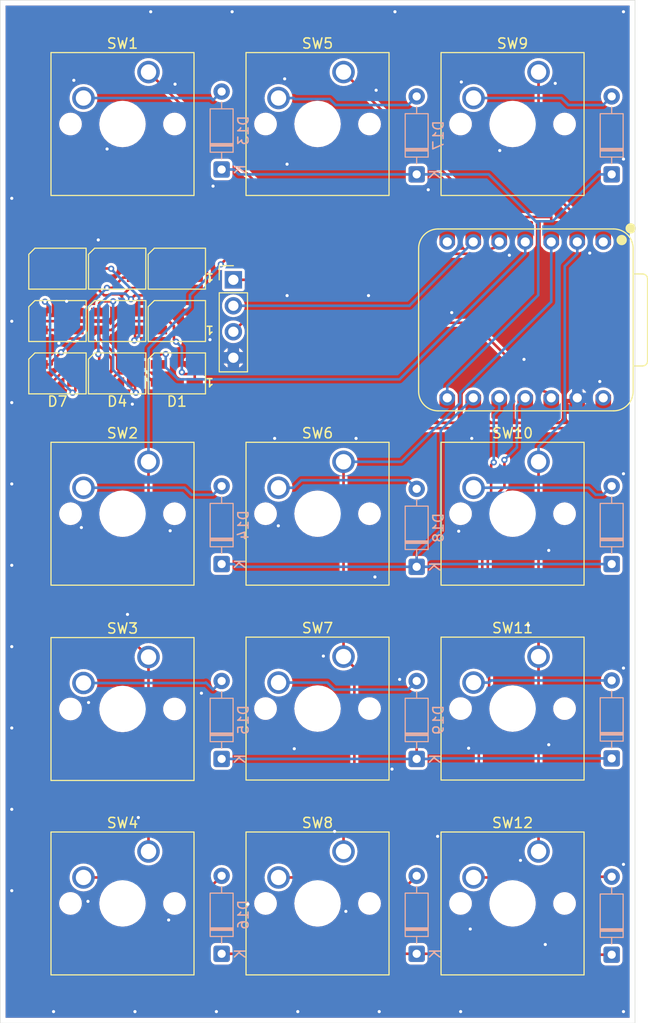
<source format=kicad_pcb>
(kicad_pcb (version 20241229) (generator "pcbnew") (generator_version "9.0")
  (layers (0 "F.Cu" signal "Top Layer") (2 "B.Cu" signal "Bottom Layer") (13 "F.Paste" user) (15 "B.Paste" user) (5 "F.SilkS" user "Top Overlay") (7 "B.SilkS" user "Board Layer Stack Bottom Overlay") (1 "F.Mask" user "Top Solder") (3 "B.Mask" user "Board Layer Stack Bottom Solder") (25 "Edge.Cuts" user))
  (net 0 "")
  (net 1 "Net-(D1-DIN)")
  (net 2 "Net-(D1-DOUT)")
  (net 3 "+5V")
  (net 4 "GND")
  (net 6 "Net-(D13-A)")
  (net 7 "Net-(D14-A)")
  (net 8 "Row 1")
  (net 9 "Net-(D15-A)")
  (net 10 "Row 3")
  (net 11 "Net-(D2-DOUT)")
  (net 12 "Net-(D16-A)")
  (net 13 "Net-(D17-A)")
  (net 14 "Net-(D18-A)")
  (net 15 "Net-(D19-A)")
  (net 16 "Net-(D20-A)")
  (net 17 "Net-(D21-A)")
  (net 18 "Net-(D22-A)")
  (net 19 "Net-(D23-A)")
  (net 20 "Net-(D24-A)")
  (net 21 "Net-(D3-DOUT)")
  (net 22 "Net-(D4-DOUT)")
  (net 23 "Net-(D5-DOUT)")
  (net 24 "Column 0")
  (net 25 "Net-(D6-DOUT)")
  (net 26 "Column 2")
  (net 27 "Net-(D7-DOUT)")
  (net 28 "Net-(D8-DOUT)")
  (net 29 "Row 2")
  (net 30 "SCL")
  (net 31 "VCC")
  (net 33 "Row 0")
  (net 34 "SDA")
  (net 35 "Column 1")
  (footprint "Connector_PinHeader_2.54mm:PinHeader_1x04_P2.54mm_Vertical" (layer "F.Cu") (at 48.77 53.33 0.0)
    (property "Reference" "J1" (hide yes))
    (property "Value" "OLED display")
  )
  (footprint "LED_SMD:LED_SK6812MINI_PLCC4_3.5x3.5mm_P1.75mm" (layer "F.Cu") (at 37.4175 57.36125 180.0)
    (property "Reference" "D5" (hide yes))
    (property "Value" "SK6812MINI")
  )
  (footprint "Button_Switch_Keyboard:SW_Cherry_MX_1.00u_PCB" (layer "F.Cu") (at 59.53125 109.22 0.0)
    (property "Reference" "SW8")
    (property "Value" "SW_Push")
  )
  (footprint "Button_Switch_Keyboard:SW_Cherry_MX_1.00u_PCB" (layer "F.Cu") (at 78.58125 71.12 0.0)
    (property "Reference" "SW10")
    (property "Value" "SW_Push")
  )
  (footprint "Button_Switch_Keyboard:SW_Cherry_MX_1.00u_PCB" (layer "F.Cu") (at 78.58125 90.17 0.0)
    (property "Reference" "SW11")
    (property "Value" "SW_Push")
  )
  (footprint "Button_Switch_Keyboard:SW_Cherry_MX_1.00u_PCB" (layer "F.Cu") (at 40.48125 71.12 0.0)
    (property "Reference" "SW2")
    (property "Value" "SW_Push")
  )
  (footprint "LED_SMD:LED_SK6812MINI_PLCC4_3.5x3.5mm_P1.75mm" (layer "F.Cu") (at 37.4175 62.48125 180.0)
    (property "Reference" "D4")
    (property "Value" "SK6812MINI")
  )
  (footprint "LED_SMD:LED_SK6812MINI_PLCC4_3.5x3.5mm_P1.75mm" (layer "F.Cu") (at 43.2475 57.36125 180.0)
    (property "Reference" "D2" (hide yes))
    (property "Value" "SK6812MINI")
  )
  (footprint "foot print xiao:XIAO-RP2040-DIP" (layer "F.Cu") (at 77.2815 57.25 -90.0)
    (property "Reference" "U2" (hide yes))
    (property "Value" "XIAO-RP2040-DIP")
  )
  (footprint "LED_SMD:LED_SK6812MINI_PLCC4_3.5x3.5mm_P1.75mm" (layer "F.Cu") (at 43.2475 62.48125 180.0)
    (property "Reference" "D1")
    (property "Value" "SK6812MINI")
  )
  (footprint "LED_SMD:LED_SK6812MINI_PLCC4_3.5x3.5mm_P1.75mm" (layer "F.Cu") (at 43.2475 52.24125 180.0)
    (property "Reference" "D3" (hide yes))
    (property "Value" "SK6812MINI")
  )
  (footprint "Button_Switch_Keyboard:SW_Cherry_MX_1.00u_PCB" (layer "F.Cu") (at 40.48125 33.02 0.0)
    (property "Reference" "SW1")
    (property "Value" "SW_Push")
  )
  (footprint "LED_SMD:LED_SK6812MINI_PLCC4_3.5x3.5mm_P1.75mm" (layer "F.Cu") (at 37.4175 52.24125 180.0)
    (property "Reference" "D6" (hide yes))
    (property "Value" "SK6812MINI")
  )
  (footprint "Button_Switch_Keyboard:SW_Cherry_MX_1.00u_PCB" (layer "F.Cu") (at 59.53125 71.12 0.0)
    (property "Reference" "SW6")
    (property "Value" "SW_Push")
  )
  (footprint "LED_SMD:LED_SK6812MINI_PLCC4_3.5x3.5mm_P1.75mm" (layer "F.Cu") (at 31.5875 57.36125 180.0)
    (property "Reference" "D8" (hide yes))
    (property "Value" "SK6812MINI")
  )
  (footprint "Button_Switch_Keyboard:SW_Cherry_MX_1.00u_PCB" (layer "F.Cu") (at 59.53125 33.02 0.0)
    (property "Reference" "SW5")
    (property "Value" "SW_Push")
  )
  (footprint "LED_SMD:LED_SK6812MINI_PLCC4_3.5x3.5mm_P1.75mm" (layer "F.Cu") (at 31.5875 52.24125 180.0)
    (property "Reference" "D9" (hide yes))
    (property "Value" "SK6812MINI")
  )
  (footprint "Button_Switch_Keyboard:SW_Cherry_MX_1.00u_PCB" (layer "F.Cu") (at 78.58125 109.22 0.0)
    (property "Reference" "SW12")
    (property "Value" "SW_Push")
  )
  (footprint "Button_Switch_Keyboard:SW_Cherry_MX_1.00u_PCB" (layer "F.Cu") (at 78.58125 33.02 0.0)
    (property "Reference" "SW9")
    (property "Value" "SW_Push")
  )
  (footprint "Button_Switch_Keyboard:SW_Cherry_MX_1.00u_PCB" (layer "F.Cu") (at 59.53125 90.17 0.0)
    (property "Reference" "SW7")
    (property "Value" "SW_Push")
  )
  (footprint "LED_SMD:LED_SK6812MINI_PLCC4_3.5x3.5mm_P1.75mm" (layer "F.Cu") (at 31.5875 62.48125 180.0)
    (property "Reference" "D7")
    (property "Value" "SK6812MINI")
  )
  (footprint "Button_Switch_Keyboard:SW_Cherry_MX_1.00u_PCB" (layer "F.Cu") (at 40.48125 90.21 0.0)
    (property "Reference" "SW3")
    (property "Value" "SW_Push")
  )
  (footprint "Button_Switch_Keyboard:SW_Cherry_MX_1.00u_PCB" (layer "F.Cu") (at 40.48125 109.22 0.0)
    (property "Reference" "SW4")
    (property "Value" "SW_Push")
  )
  (footprint "Diode_THT:D_DO-35_SOD27_P7.62mm_Horizontal" (layer "B.Cu") (at 85.725 43.02125 90.0)
    (property "Reference" "D21" (hide yes))
    (property "Value" "1N4148")
  )
  (footprint "Diode_THT:D_DO-35_SOD27_P7.62mm_Horizontal" (layer "B.Cu") (at 47.625 100.17125 90.0)
    (property "Reference" "D15")
    (property "Value" "1N4148")
  )
  (footprint "Diode_THT:D_DO-35_SOD27_P7.62mm_Horizontal" (layer "B.Cu") (at 47.625 81.12125 90.0)
    (property "Reference" "D14")
    (property "Value" "1N4148")
  )
  (footprint "Diode_THT:D_DO-35_SOD27_P7.62mm_Horizontal" (layer "B.Cu") (at 47.625 42.545 90.0)
    (property "Reference" "D13")
    (property "Value" "1N4148")
  )
  (footprint "Diode_THT:D_DO-35_SOD27_P7.62mm_Horizontal" (layer "B.Cu") (at 66.675 81.38675 90.0)
    (property "Reference" "D18")
    (property "Value" "1N4148")
  )
  (footprint "Diode_THT:D_DO-35_SOD27_P7.62mm_Horizontal" (layer "B.Cu") (at 85.725 100.12 90.0)
    (property "Reference" "D23" (hide yes))
    (property "Value" "1N4148")
  )
  (footprint "Diode_THT:D_DO-35_SOD27_P7.62mm_Horizontal" (layer "B.Cu") (at 85.725 119.31 90.0)
    (property "Reference" "D24" (hide yes))
    (property "Value" "1N4148")
  )
  (footprint "Diode_THT:D_DO-35_SOD27_P7.62mm_Horizontal" (layer "B.Cu") (at 85.725 81.12125 90.0)
    (property "Reference" "D22" (hide yes))
    (property "Value" "1N4148")
  )
  (footprint "Diode_THT:D_DO-35_SOD27_P7.62mm_Horizontal" (layer "B.Cu") (at 66.675 43.02125 90.0)
    (property "Reference" "D17")
    (property "Value" "1N4148")
  )
  (footprint "Diode_THT:D_DO-35_SOD27_P7.62mm_Horizontal" (layer "B.Cu") (at 47.625 119.22125 90.0)
    (property "Reference" "D16")
    (property "Value" "1N4148")
  )
  (footprint "Diode_THT:D_DO-35_SOD27_P7.62mm_Horizontal" (layer "B.Cu") (at 66.675 119.22125 90.0)
    (property "Reference" "D20" (hide yes))
    (property "Value" "1N4148")
  )
  (footprint "Diode_THT:D_DO-35_SOD27_P7.62mm_Horizontal" (layer "B.Cu") (at 66.675 100.17125 90.0)
    (property "Reference" "D19")
    (property "Value" "1N4148")
  )
  (gr_rect (start 26 26) (end 88 126) (stroke (width 0.05)) (fill no) (layer "Edge.Cuts"))
  (segment (start 47.625 119.2215) (end 48.81348514905 119.2215) (width 0.254254) (layer "F.Cu") (net 10))
  (segment (start 48.81348514905 119.2215) (end 65.48651485095 119.2215) (width 0.254254) (layer "F.Cu") (net 10))
  (segment (start 65.48651485095 119.2215) (end 66.675 119.2215) (width 0.254254) (layer "F.Cu") (net 10))
  (segment (start 35.667 58.236) (end 35.667 59.04748514905) (width 0.254254) (layer "F.Cu") (net 3))
  (segment (start 35.667 59.04748514905) (end 37.417 60.79748514905) (width 0.254254) (layer "F.Cu") (net 3))
  (segment (start 37.417 60.79748514905) (end 37.417 62.031) (width 0.254254) (layer "F.Cu") (net 3))
  (segment (start 37.417 62.031) (end 37.56503088864341 62.17903088864342) (width 0.254254) (layer "F.Cu") (net 3))
  (segment (start 37.56503088864341 62.17903088864342) (end 37.56503088864341 62.35403774154087) (width 0.254254) (layer "F.Cu") (net 3))
  (segment (start 41.497 61.606) (end 41.497 60.79451485095) (width 0.254254) (layer "F.Cu") (net 1))
  (segment (start 41.497 60.79451485095) (end 41.701014934621476 60.590499916328525) (width 0.254254) (layer "F.Cu") (net 1))
  (segment (start 41.701014934621476 60.590499916328525) (end 42.16810072242976 60.590499916328525) (width 0.254254) (layer "F.Cu") (net 1))
  (segment (start 31.942279875629858 60.41404845105212) (end 31.02348514905 61.33284317763198) (width 0.254254) (layer "F.Cu") (net 25))
  (segment (start 31.02348514905 61.33284317763198) (end 31.02348514905 61.606) (width 0.254254) (layer "F.Cu") (net 25))
  (segment (start 31.02348514905 61.606) (end 29.837 61.606) (width 0.254254) (layer "F.Cu") (net 25))
  (segment (start 35.667 61.606) (end 35.667 60.79451485095) (width 0.254254) (layer "F.Cu") (net 21))
  (segment (start 35.667 60.79451485095) (end 35.582452286347014 60.70996713729701) (width 0.254254) (layer "F.Cu") (net 21))
  (segment (start 35.582452286347014 60.70996713729701) (end 35.582452286347014 60.60493492003458) (width 0.254254) (layer "F.Cu") (net 21))
  (segment (start 35.667 58.236) (end 35.187 58.661) (width 0.254254) (layer "F.Cu") (net 3))
  (segment (start 35.187 58.661) (end 34.779599162444484 59.068400837555515) (width 0.254254) (layer "F.Cu") (net 3))
  (segment (start 34.779599162444484 59.068400837555515) (end 32.46036820847208 59.068400837555515) (width 0.254254) (layer "F.Cu") (net 3))
  (segment (start 32.46036820847208 59.068400837555515) (end 31.741926678761043 58.65220041877776) (width 0.254254) (layer "F.Cu") (net 3))
  (segment (start 31.741926678761043 58.65220041877776) (end 31.325726259983288 58.236) (width 0.254254) (layer "F.Cu") (net 3))
  (segment (start 31.325726259983288 58.236) (end 31.02348514905 58.236) (width 0.254254) (layer "F.Cu") (net 3))
  (segment (start 31.02348514905 58.236) (end 29.837 58.236) (width 0.254254) (layer "F.Cu") (net 3))
  (segment (start 39.09652378696279 59.25148569920444) (end 39.167 59.18100948616723) (width 0.254254) (layer "F.Cu") (net 23))
  (segment (start 39.167 59.18100948616723) (end 39.167 59.04748514905) (width 0.254254) (layer "F.Cu") (net 23))
  (segment (start 39.167 59.04748514905) (end 39.167 58.236) (width 0.254254) (layer "F.Cu") (net 23))
  (segment (start 43.1741741106341 59.38203830443244) (end 42.966044059069624 59.17390825286797) (width 0.254254) (layer "F.Cu") (net 2))
  (segment (start 42.966044059069624 59.17390825286797) (end 42.966044059069624 57.860710120754376) (width 0.254254) (layer "F.Cu") (net 2))
  (segment (start 42.966044059069624 57.860710120754376) (end 42.01633393831525 56.911) (width 0.254254) (layer "F.Cu") (net 2))
  (segment (start 42.01633393831525 56.911) (end 41.497 56.911) (width 0.254254) (layer "F.Cu") (net 2))
  (segment (start 41.497 56.911) (end 41.497 56.486) (width 0.254254) (layer "F.Cu") (net 2))
  (segment (start 47.54255207040107 51.819139304173994) (end 51.21807570435165 48.14361567022341) (width 0.254254) (layer "F.Cu") (net 24))
  (segment (start 51.21807570435165 48.14361567022341) (end 51.21807570435165 46.70875730331912) (width 0.254254) (layer "F.Cu") (net 24))
  (segment (start 37.81344298470396 54.888082561850304) (end 37.666814568045176 54.74145414519151) (width 0.254254) (layer "F.Cu") (net 3))
  (segment (start 37.666814568045176 54.74145414519151) (end 36.780227238111806 54.74145414519151) (width 0.254254) (layer "F.Cu") (net 3))
  (segment (start 36.780227238111806 54.74145414519151) (end 36.73091324114125 54.79076814216207) (width 0.254254) (layer "F.Cu") (net 3))
  (segment (start 36.73091324114125 54.79076814216207) (end 36.62273469594776 54.79076814216207) (width 0.254254) (layer "F.Cu") (net 3))
  (segment (start 36.62273469594776 54.79076814216207) (end 36.56531604416597 54.84818679394387) (width 0.254254) (layer "F.Cu") (net 3))
  (segment (start 36.56531604416597 54.84818679394387) (end 36.14763563588709 54.84818679394387) (width 0.254254) (layer "F.Cu") (net 3))
  (segment (start 36.14763563588709 54.84818679394387) (end 35.667 54.36755115805678) (width 0.254254) (layer "F.Cu") (net 3))
  (segment (start 35.667 54.36755115805678) (end 35.667 54.25672739363125) (width 0.254254) (layer "F.Cu") (net 3))
  (segment (start 35.667 54.25672739363125) (end 35.667 53.541) (width 0.254254) (layer "F.Cu") (net 3))
  (segment (start 35.667 56.486) (end 35.667 55.62748024458125) (width 0.254254) (layer "F.Cu") (net 22))
  (segment (start 35.667 55.62748024458125) (end 35.86086140766793 55.433618836913325) (width 0.254254) (layer "F.Cu") (net 22))
  (segment (start 35.86086140766793 55.433618836913325) (end 37.026001168856894 55.433618836913325) (width 0.254254) (layer "F.Cu") (net 22))
  (segment (start 37.81344298470396 54.888082561850304) (end 37.90071180742932 54.97535138457565) (width 0.254254) (layer "F.Cu") (net 3))
  (segment (start 37.90071180742932 54.97535138457565) (end 37.90071180742932 57.11134806448938) (width 0.254254) (layer "F.Cu") (net 3))
  (segment (start 37.90071180742932 57.11134806448938) (end 38.01530394475916 57.22594020181922) (width 0.254254) (layer "F.Cu") (net 3))
  (segment (start 38.76543774157571 55.22322666078409) (end 39.13583846981125 54.852825932548555) (width 0.254254) (layer "F.Cu") (net 21))
  (segment (start 39.13583846981125 54.852825932548555) (end 41.77877844003157 54.852825932548555) (width 0.254254) (layer "F.Cu") (net 21))
  (segment (start 41.77877844003157 54.852825932548555) (end 43.51560437258013 53.116) (width 0.254254) (layer "F.Cu") (net 21))
  (segment (start 43.51560437258013 53.116) (end 44.997 53.116) (width 0.254254) (layer "F.Cu") (net 21))
  (segment (start 37.81344298470396 54.888082561850304) (end 37.966361864309185 54.73516368224508) (width 0.254254) (layer "F.Cu") (net 3))
  (segment (start 37.966361864309185 54.73516368224508) (end 38.0502062330877 54.73516368224508) (width 0.254254) (layer "F.Cu") (net 3))
  (segment (start 38.0502062330877 54.73516368224508) (end 38.647288074210245 54.13808184112254) (width 0.254254) (layer "F.Cu") (net 3))
  (segment (start 38.647288074210245 54.13808184112254) (end 40.89991815887746 54.13808184112254) (width 0.254254) (layer "F.Cu") (net 3))
  (segment (start 40.89991815887746 54.13808184112254) (end 41.497 53.541) (width 0.254254) (layer "F.Cu") (net 3))
  (segment (start 41.497 53.541) (end 41.497 53.116) (width 0.254254) (layer "F.Cu") (net 3))
  (segment (start 36.42275386550392 54.117795520555056) (end 36.978719330394945 54.117795520555056) (width 0.254254) (layer "F.Cu") (net 25))
  (segment (start 36.978719330394945 54.117795520555056) (end 37.98051485095 53.116) (width 0.254254) (layer "F.Cu") (net 25))
  (segment (start 37.98051485095 53.116) (end 39.167 53.116) (width 0.254254) (layer "F.Cu") (net 25))
  (segment (start 30.368169271206387 55.47044587766714) (end 30.637 55.73927660646075) (width 0.254254) (layer "F.Cu") (net 27))
  (segment (start 30.637 55.73927660646075) (end 30.637 56.486) (width 0.254254) (layer "F.Cu") (net 27))
  (segment (start 30.637 56.486) (end 29.837 56.486) (width 0.254254) (layer "F.Cu") (net 27))
  (segment (start 35.667 53.541) (end 35.400333333333336 53.541) (width 0.254254) (layer "F.Cu") (net 3))
  (segment (start 35.400333333333336 53.541) (end 34.914192318137665 53.775003962915505) (width 0.254254) (layer "F.Cu") (net 3))
  (segment (start 34.914192318137665 53.775003962915505) (end 34.474414929728646 53.92371204234651) (width 0.254254) (layer "F.Cu") (net 3))
  (segment (start 34.474414929728646 53.92371204234651) (end 34.45769995074883 53.94042702132632) (width 0.254254) (layer "F.Cu") (net 3))
  (segment (start 34.45769995074883 53.94042702132632) (end 32.291040822631714 53.94042702132632) (width 0.254254) (layer "F.Cu") (net 3))
  (segment (start 32.291040822631714 53.94042702132632) (end 31.466613801305392 53.116) (width 0.254254) (layer "F.Cu") (net 3))
  (segment (start 31.466613801305392 53.116) (end 29.837 53.116) (width 0.254254) (layer "F.Cu") (net 3))
  (segment (start 74.20501182020773 71.17326386670739) (end 73.94622171587143 71.43205397104369) (width 0.254254) (layer "F.Cu") (net 29))
  (segment (start 73.94622171587143 71.43205397104369) (end 73.94622171587143 74.0814163331332) (width 0.254254) (layer "F.Cu") (net 29))
  (segment (start 73.94622171587143 74.0814163331332) (end 73.0821638693236 74.94547417968106) (width 0.254254) (layer "F.Cu") (net 29))
  (segment (start 73.0821638693236 74.94547417968106) (end 73.0821638693236 83.7752565621973) (width 0.254254) (layer "F.Cu") (net 29))
  (segment (start 73.0821638693236 83.7752565621973) (end 68.2767909673309 88.58062946418998) (width 0.254254) (layer "F.Cu") (net 29))
  (segment (start 68.2767909673309 88.58062946418998) (end 68.2767909673309 97.3817238836191) (width 0.254254) (layer "F.Cu") (net 29))
  (segment (start 68.2767909673309 97.3817238836191) (end 66.675 98.98351485095) (width 0.254254) (layer "F.Cu") (net 29))
  (segment (start 66.675 98.98351485095) (end 66.675 100.1715) (width 0.254254) (layer "F.Cu") (net 29))
  (segment (start 75.24574958806365 70.93864739207405) (end 75.24574958806365 73.56536681044578) (width 0.254254) (layer "F.Cu") (net 10))
  (segment (start 75.24574958806365 73.56536681044578) (end 73.62219550567642 75.18892089283301) (width 0.254254) (layer "F.Cu") (net 10))
  (segment (start 73.62219550567642 75.18892089283301) (end 73.62219550567642 84.264870677024) (width 0.254254) (layer "F.Cu") (net 10))
  (segment (start 73.62219550567642 84.264870677024) (end 73.75166497845717 84.39434014980478) (width 0.254254) (layer "F.Cu") (net 10))
  (segment (start 73.75166497845717 84.39434014980478) (end 73.75166497845717 93.44638859459694) (width 0.254254) (layer "F.Cu") (net 10))
  (segment (start 73.75166497845717 93.44638859459694) (end 72.74512559332814 94.45292797972598) (width 0.254254) (layer "F.Cu") (net 10))
  (segment (start 72.74512559332814 94.45292797972598) (end 72.74512559332814 102.65552677622885) (width 0.254254) (layer "F.Cu") (net 10))
  (segment (start 72.74512559332814 102.65552677622885) (end 69.71837738775844 105.68227498179856) (width 0.254254) (layer "F.Cu") (net 10))
  (segment (start 69.71837738775844 105.68227498179856) (end 69.71837738775844 115.43453062706446) (width 0.254254) (layer "F.Cu") (net 10))
  (segment (start 69.71837738775844 115.43453062706446) (end 70.21572515365274 115.93187839295878) (width 0.254254) (layer "F.Cu") (net 10))
  (segment (start 70.21572515365274 115.93187839295878) (end 70.21572515365274 116.51844964470659) (width 0.254254) (layer "F.Cu") (net 10))
  (segment (start 41.497 58.236) (end 41.497 57.811) (width 0.254254) (layer "F.Cu") (net 3))
  (segment (start 41.497 57.811) (end 41.05582831933361 57.36982831933361) (width 0.254254) (layer "F.Cu") (net 3))
  (segment (start 41.05582831933361 57.36982831933361) (end 38.15919206227355 57.36982831933361) (width 0.254254) (layer "F.Cu") (net 3))
  (segment (start 38.15919206227355 57.36982831933361) (end 38.01530394475916 57.22594020181922) (width 0.254254) (layer "F.Cu") (net 3))
  (segment (start 35.667 58.236) (end 36.85348514905 58.236) (width 0.254254) (layer "F.Cu") (net 3))
  (segment (start 36.85348514905 58.236) (end 37.86354494723078 57.22594020181922) (width 0.254254) (layer "F.Cu") (net 3))
  (segment (start 37.86354494723078 57.22594020181922) (end 38.01530394475916 57.22594020181922) (width 0.254254) (layer "F.Cu") (net 3))
  (segment (start 37.56503088864341 62.35403774154087) (end 36.85348514905 63.06558348113429) (width 0.254254) (layer "F.Cu") (net 3))
  (segment (start 36.85348514905 63.06558348113429) (end 36.85348514905 63.356) (width 0.254254) (layer "F.Cu") (net 3))
  (segment (start 36.85348514905 63.356) (end 35.667 63.356) (width 0.254254) (layer "F.Cu") (net 3))
  (segment (start 37.56503088864341 62.35403774154087) (end 37.68636445033058 62.47537130322804) (width 0.254254) (layer "F.Cu") (net 3))
  (segment (start 37.68636445033058 62.47537130322804) (end 40.077298886725586 62.47537130322804) (width 0.254254) (layer "F.Cu") (net 3))
  (segment (start 40.077298886725586 62.47537130322804) (end 40.95792758349755 63.356) (width 0.254254) (layer "F.Cu") (net 3))
  (segment (start 40.95792758349755 63.356) (end 41.497 63.356) (width 0.254254) (layer "F.Cu") (net 3))
  (segment (start 35.667 63.356) (end 34.867 63.356) (width 0.254254) (layer "F.Cu") (net 3))
  (segment (start 34.867 63.356) (end 34.749947927247725 63.23894792724773) (width 0.254254) (layer "F.Cu") (net 3))
  (segment (start 34.749947927247725 63.23894792724773) (end 34.749947927247725 62.98316655667493) (width 0.254254) (layer "F.Cu") (net 3))
  (segment (start 34.749947927247725 62.98316655667493) (end 34.28120699446363 62.51442562389084) (width 0.254254) (layer "F.Cu") (net 3))
  (segment (start 34.28120699446363 62.51442562389084) (end 31.90306047356189 62.51442562389084) (width 0.254254) (layer "F.Cu") (net 3))
  (segment (start 31.90306047356189 62.51442562389084) (end 31.061486097452725 63.356) (width 0.254254) (layer "F.Cu") (net 3))
  (segment (start 31.061486097452725 63.356) (end 31.02348514905 63.356) (width 0.254254) (layer "F.Cu") (net 3))
  (segment (start 31.02348514905 63.356) (end 29.837 63.356) (width 0.254254) (layer "F.Cu") (net 3))
  (segment (start 44.997 58.236) (end 46.18348514905 58.236) (width 0.254254) (layer "F.Cu") (net 11))
  (segment (start 46.18348514905 58.236) (end 46.18651621391042 58.23296893513958) (width 0.254254) (layer "F.Cu") (net 11))
  (segment (start 46.18651621391042 58.23296893513958) (end 46.18651621391042 52.50208276261468) (width 0.254254) (layer "F.Cu") (net 11))
  (segment (start 46.18651621391042 52.50208276261468) (end 45.925433451295746 52.241) (width 0.254254) (layer "F.Cu") (net 11))
  (segment (start 45.925433451295746 52.241) (end 43.55848514905 52.241) (width 0.254254) (layer "F.Cu") (net 11))
  (segment (start 43.55848514905 52.241) (end 42.68348514905 51.366) (width 0.254254) (layer "F.Cu") (net 11))
  (segment (start 42.68348514905 51.366) (end 41.497 51.366) (width 0.254254) (layer "F.Cu") (net 11))
  (segment (start 43.737394105179376 62.36822332954334) (end 43.91368562658603 62.54451485095) (width 0.254254) (layer "F.Cu") (net 2))
  (segment (start 43.91368562658603 62.54451485095) (end 44.997 62.54451485095) (width 0.254254) (layer "F.Cu") (net 2))
  (segment (start 44.997 62.54451485095) (end 44.997 63.356) (width 0.254254) (layer "F.Cu") (net 2))
  (segment (start 36.83395631153049 52.248056939891164) (end 36.810419127058076 52.22451975541875) (width 0.254254) (layer "F.Cu") (net 23))
  (segment (start 36.810419127058076 52.22451975541875) (end 35.667 52.22451975541875) (width 0.254254) (layer "F.Cu") (net 23))
  (segment (start 35.667 52.22451975541875) (end 35.667 51.366) (width 0.254254) (layer "F.Cu") (net 23))
  (segment (start 33.337 58.236) (end 32.150514850949996 58.236) (width 0.254254) (layer "F.Cu") (net 28))
  (segment (start 32.150514850949996 58.236) (end 31.28805244239934 57.37353759144934) (width 0.254254) (layer "F.Cu") (net 28))
  (segment (start 31.28805244239934 57.37353759144934) (end 28.911697619746686 57.37353759144934) (width 0.254254) (layer "F.Cu") (net 28))
  (segment (start 28.911697619746686 57.37353759144934) (end 28.081231098673967 56.54307107037663) (width 0.254254) (layer "F.Cu") (net 28))
  (segment (start 28.081231098673967 56.54307107037663) (end 28.081231098673967 51.89672844989016) (width 0.254254) (layer "F.Cu") (net 28))
  (segment (start 28.081231098673967 51.89672844989016) (end 28.611959548564133 51.366) (width 0.254254) (layer "F.Cu") (net 28))
  (segment (start 28.611959548564133 51.366) (end 28.65051485095 51.366) (width 0.254254) (layer "F.Cu") (net 28))
  (segment (start 28.65051485095 51.366) (end 29.837 51.366) (width 0.254254) (layer "F.Cu") (net 28))
  (segment (start 41.497 63.356) (end 41.497 64.16748514905) (width 0.254254) (layer "F.Cu") (net 3))
  (segment (start 41.497 64.16748514905) (end 45.16892245895139 67.8394076080014) (width 0.254254) (layer "F.Cu") (net 3))
  (segment (start 45.16892245895139 67.8394076080014) (end 83.16887132645816 67.8394076080014) (width 0.254254) (layer "F.Cu") (net 3))
  (segment (start 83.16887132645816 67.8394076080014) (end 83.83870936272343 67.16956957173612) (width 0.254254) (layer "F.Cu") (net 3))
  (segment (start 83.83870936272343 67.16956957173612) (end 83.8231439525 66.922) (width 0.254254) (layer "F.Cu") (net 3))
  (segment (start 48.77 58.41) (end 49.64828626972115 57.53171373027885) (width 0.254254) (layer "F.Cu") (net 31))
  (segment (start 49.64828626972115 57.53171373027885) (end 72.17185768277885 57.53171373027885) (width 0.254254) (layer "F.Cu") (net 31))
  (segment (start 72.17185768277885 57.53171373027885) (end 78.7431439525 64.103) (width 0.254254) (layer "F.Cu") (net 31))
  (segment (start 78.7431439525 64.103) (end 79.31107126948775 64.2955) (width 0.254254) (layer "F.Cu") (net 31))
  (segment (start 79.31107126948775 64.2955) (end 79.8215 64.87) (width 0.254254) (layer "F.Cu") (net 31))
  (segment (start 40.481 90.21) (end 39.425424517897724 89.1535031051167) (width 0.254254) (layer "F.Cu") (net 24))
  (segment (start 39.425424517897724 89.1535031051167) (end 39.425424517897724 78.74772594728653) (width 0.254254) (layer "F.Cu") (net 24))
  (segment (start 39.425424517897724 78.74772594728653) (end 40.4815 77.69165046518424) (width 0.254254) (layer "F.Cu") (net 24))
  (segment (start 40.4815 77.69165046518424) (end 40.4815 72.61348514905) (width 0.254254) (layer "F.Cu") (net 24))
  (segment (start 40.4815 72.61348514905) (end 40.481 71.12) (width 0.254254) (layer "F.Cu") (net 24))
  (segment (start 70.21572515365274 116.51844964470659) (end 73.00727550894615 119.31) (width 0.254254) (layer "F.Cu") (net 10))
  (segment (start 73.00727550894615 119.31) (end 84.53651485095 119.31) (width 0.254254) (layer "F.Cu") (net 10))
  (segment (start 84.53651485095 119.31) (end 85.725 119.31) (width 0.254254) (layer "F.Cu") (net 10))
  (segment (start 66.675 119.2215) (end 67.86348514905 119.2215) (width 0.254254) (layer "F.Cu") (net 10))
  (segment (start 67.86348514905 119.2215) (end 70.21572515365274 116.86925999539726) (width 0.254254) (layer "F.Cu") (net 10))
  (segment (start 70.21572515365274 116.86925999539726) (end 70.21572515365274 116.51844964470659) (width 0.254254) (layer "F.Cu") (net 10))
  (segment (start 53.181 111.76) (end 54.67448514905 111.76) (width 0.254254) (layer "F.Cu") (net 16))
  (segment (start 54.67448514905 111.76) (end 59.771153026730694 111.76) (width 0.254254) (layer "F.Cu") (net 16))
  (segment (start 59.771153026730694 111.76) (end 60.45514933778957 112.44399631105887) (width 0.254254) (layer "F.Cu") (net 16))
  (segment (start 60.45514933778957 112.44399631105887) (end 65.83192407893887 112.44399631105887) (width 0.254254) (layer "F.Cu") (net 16))
  (segment (start 65.83192407893887 112.44399631105887) (end 66.675 111.6015) (width 0.254254) (layer "F.Cu") (net 16))
  (segment (start 72.231 111.76) (end 73.72448514905 111.76) (width 0.254254) (layer "F.Cu") (net 20))
  (segment (start 73.72448514905 111.76) (end 73.79448514905 111.69) (width 0.254254) (layer "F.Cu") (net 20))
  (segment (start 73.79448514905 111.69) (end 84.53351485095 111.69) (width 0.254254) (layer "F.Cu") (net 20))
  (segment (start 84.53351485095 111.69) (end 85.725 111.69) (width 0.254254) (layer "F.Cu") (net 20))
  (segment (start 78.581 71.12) (end 78.5815 72.61348514905) (width 0.254254) (layer "F.Cu") (net 26))
  (segment (start 78.5815 72.61348514905) (end 78.5815 88.67651485095) (width 0.254254) (layer "F.Cu") (net 26))
  (segment (start 78.5815 88.67651485095) (end 78.581 90.17) (width 0.254254) (layer "F.Cu") (net 26))
  (segment (start 78.581 90.17) (end 78.5815 91.66348514905) (width 0.254254) (layer "F.Cu") (net 26))
  (segment (start 78.5815 91.66348514905) (end 78.5815 107.72651485095) (width 0.254254) (layer "F.Cu") (net 26))
  (segment (start 78.5815 107.72651485095) (end 78.581 109.22) (width 0.254254) (layer "F.Cu") (net 26))
  (segment (start 33.337 63.356) (end 33.337 64.16748514905) (width 0.254254) (layer "F.Cu") (net 27))
  (segment (start 33.337 64.16748514905) (end 33.140496362059466 64.36398878699053) (width 0.254254) (layer "F.Cu") (net 27))
  (segment (start 33.140496362059466 64.36398878699053) (end 33.065043376437316 64.36398878699053) (width 0.254254) (layer "F.Cu") (net 27))
  (segment (start 39.25105485566703 64.36819296826519) (end 39.167 64.28413811259817) (width 0.254254) (layer "F.Cu") (net 22))
  (segment (start 39.167 64.28413811259817) (end 39.167 64.16748514905) (width 0.254254) (layer "F.Cu") (net 22))
  (segment (start 39.167 64.16748514905) (end 39.167 63.356) (width 0.254254) (layer "F.Cu") (net 22))
  (segment (start 82.3615 48.795) (end 82.3615 47.19151485095) (width 0.254254) (layer "F.Cu") (net 26))
  (segment (start 82.3615 47.19151485095) (end 78.5815 43.41151485095) (width 0.254254) (layer "F.Cu") (net 26))
  (segment (start 78.5815 43.41151485095) (end 78.5815 34.51348514905) (width 0.254254) (layer "F.Cu") (net 26))
  (segment (start 78.5815 34.51348514905) (end 78.581 33.02) (width 0.254254) (layer "F.Cu") (net 26))
  (segment (start 48.77 53.33) (end 50.00648514905 53.33) (width 0.254254) (layer "F.Cu") (net 34))
  (segment (start 50.00648514905 53.33) (end 52.55156422905324 50.78492091999676) (width 0.254254) (layer "F.Cu") (net 34))
  (segment (start 52.55156422905324 50.78492091999676) (end 73.27522303250325 50.78492091999676) (width 0.254254) (layer "F.Cu") (net 34))
  (segment (start 73.27522303250325 50.78492091999676) (end 73.66314395250001 50.397) (width 0.254254) (layer "F.Cu") (net 34))
  (segment (start 73.66314395250001 50.397) (end 74.23107126948776 50.2045) (width 0.254254) (layer "F.Cu") (net 34))
  (segment (start 74.23107126948776 50.2045) (end 74.7415 49.63) (width 0.254254) (layer "F.Cu") (net 34))
  (segment (start 79.8215 48.795) (end 79.8215 47.19151485095) (width 0.254254) (layer "F.Cu") (net 35))
  (segment (start 79.8215 47.19151485095) (end 73.70251485095 47.19151485095) (width 0.254254) (layer "F.Cu") (net 35))
  (segment (start 73.70251485095 47.19151485095) (end 60.58728626972115 34.076286269721145) (width 0.254254) (layer "F.Cu") (net 35))
  (segment (start 60.58728626972115 34.076286269721145) (end 59.531 33.02) (width 0.254254) (layer "F.Cu") (net 35))
  (segment (start 69.6615 48.795) (end 68.51251485095 48.442505555555556) (width 0.254254) (layer "F.Cu") (net 24))
  (segment (start 68.51251485095 48.442505555555556) (end 66.77876659871356 46.70875730331912) (width 0.254254) (layer "F.Cu") (net 24))
  (segment (start 66.77876659871356 46.70875730331912) (end 51.21807570435165 46.70875730331912) (width 0.254254) (layer "F.Cu") (net 24))
  (segment (start 84.9015 65.705) (end 83.83078740650555 66.05749444444444) (width 0.047208888888888766) (layer "F.Cu") (net 3))
  (segment (start 83.83078740650555 66.05749444444444) (end 83.8231439525 66.06513789844999) (width 0.047208888888888766) (layer "F.Cu") (net 3))
  (segment (start 83.8231439525 66.06513789844999) (end 83.8231439525 66.922) (width 0.047208888888888766) (layer "F.Cu") (net 3))
  (segment (start 40.481 33.02) (end 49.04651005793859 41.58551005793859) (width 0.254254) (layer "F.Cu") (net 24))
  (segment (start 49.04651005793859 41.58551005793859) (end 49.04651005793859 41.893736496315306) (width 0.254254) (layer "F.Cu") (net 24))
  (segment (start 49.04651005793859 41.893736496315306) (end 51.21807570435165 44.06530214272837) (width 0.254254) (layer "F.Cu") (net 24))
  (segment (start 51.21807570435165 44.06530214272837) (end 51.21807570435165 46.70875730331912) (width 0.254254) (layer "F.Cu") (net 24))
  (segment (start 59.531 71.12) (end 59.5315 72.61348514905) (width 0.254254) (layer "F.Cu") (net 35))
  (segment (start 59.5315 72.61348514905) (end 59.5315 88.67651485095) (width 0.254254) (layer "F.Cu") (net 35))
  (segment (start 59.5315 88.67651485095) (end 59.531 90.17) (width 0.254254) (layer "F.Cu") (net 35))
  (segment (start 47.625 111.6015) (end 46.78192407893887 112.44399631105887) (width 0.254254) (layer "F.Cu") (net 12))
  (segment (start 46.78192407893887 112.44399631105887) (end 39.579333973346124 112.44399631105887) (width 0.254254) (layer "F.Cu") (net 12))
  (segment (start 39.579333973346124 112.44399631105887) (end 38.895337662287254 111.76) (width 0.254254) (layer "F.Cu") (net 12))
  (segment (start 38.895337662287254 111.76) (end 35.62448514905 111.76) (width 0.254254) (layer "F.Cu") (net 12))
  (segment (start 35.62448514905 111.76) (end 34.131 111.76) (width 0.254254) (layer "F.Cu") (net 12))
  (segment (start 59.531 109.22) (end 59.5315 107.72651485095) (width 0.254254) (layer "F.Cu") (net 35))
  (segment (start 59.5315 107.72651485095) (end 60.58728626972115 106.67072858122884) (width 0.254254) (layer "F.Cu") (net 35))
  (segment (start 60.58728626972115 106.67072858122884) (end 60.58728626972115 91.22628626972116) (width 0.254254) (layer "F.Cu") (net 35))
  (segment (start 60.58728626972115 91.22628626972116) (end 59.531 90.17) (width 0.254254) (layer "F.Cu") (net 35))
  (segment (start 40.481 90.21) (end 40.4815 91.70348514905) (width 0.254254) (layer "F.Cu") (net 24))
  (segment (start 40.4815 91.70348514905) (end 40.4815 107.72651485095) (width 0.254254) (layer "F.Cu") (net 24))
  (segment (start 40.4815 107.72651485095) (end 40.481 109.22) (width 0.254254) (layer "F.Cu") (net 24))
  (segment (start 35.667 53.116) (end 35.667 53.541) (width 0.254254) (layer "F.Cu") (net 3))
  (segment (start 66.675 81.3865) (end 67.86348514905 81.3865) (width 0.254254) (layer "B.Cu") (net 8))
  (segment (start 67.86348514905 81.3865) (end 68.12848514905001 81.1215) (width 0.254254) (layer "B.Cu") (net 8))
  (segment (start 68.12848514905001 81.1215) (end 84.53651485095 81.1215) (width 0.254254) (layer "B.Cu") (net 8))
  (segment (start 84.53651485095 81.1215) (end 85.725 81.1215) (width 0.254254) (layer "B.Cu") (net 8))
  (segment (start 43.1741741106341 59.38203830443244) (end 43.737394105179376 59.94525829897771) (width 0.254254) (layer "B.Cu") (net 2))
  (segment (start 43.737394105179376 59.94525829897771) (end 43.737394105179376 62.36822332954334) (width 0.254254) (layer "B.Cu") (net 2))
  (segment (start 39.09652378696279 59.25148569920444) (end 39.56278702174949 58.785222464417735) (width 0.254254) (layer "B.Cu") (net 23))
  (segment (start 39.56278702174949 58.785222464417735) (end 39.56278702174949 55.007384649835814) (width 0.254254) (layer "B.Cu") (net 23))
  (segment (start 39.56278702174949 55.007384649835814) (end 36.83395631153049 52.278553939616806) (width 0.254254) (layer "B.Cu") (net 23))
  (segment (start 36.83395631153049 52.278553939616806) (end 36.83395631153049 52.248056939891164) (width 0.254254) (layer "B.Cu") (net 23))
  (segment (start 42.16810072242976 60.590499916328525) (end 42.16810072242976 61.880372387837426) (width 0.254254) (layer "B.Cu") (net 1))
  (segment (start 42.16810072242976 61.880372387837426) (end 43.3496129830256 63.061884648433264) (width 0.254254) (layer "B.Cu") (net 1))
  (segment (start 43.3496129830256 63.061884648433264) (end 65.00310050061674 63.061884648433264) (width 0.254254) (layer "B.Cu") (net 1))
  (segment (start 65.00310050061674 63.061884648433264) (end 77.2815 50.78348514905) (width 0.254254) (layer "B.Cu") (net 1))
  (segment (start 77.2815 50.78348514905) (end 77.2815 49.63) (width 0.254254) (layer "B.Cu") (net 1))
  (segment (start 31.942279875629858 60.41404845105212) (end 34.191730091727905 58.16459823495407) (width 0.254254) (layer "B.Cu") (net 25))
  (segment (start 34.191730091727905 58.16459823495407) (end 34.191730091727905 56.34881929433107) (width 0.254254) (layer "B.Cu") (net 25))
  (segment (start 34.191730091727905 56.34881929433107) (end 36.42275386550392 54.117795520555056) (width 0.254254) (layer "B.Cu") (net 25))
  (segment (start 35.582452286347014 60.60493492003458) (end 35.58397150262195 60.603415703759644) (width 0.254254) (layer "B.Cu") (net 21))
  (segment (start 35.58397150262195 60.603415703759644) (end 35.58397150262195 55.87366810088926) (width 0.254254) (layer "B.Cu") (net 21))
  (segment (start 35.58397150262195 55.87366810088926) (end 36.453182846564204 55.00445675694701) (width 0.254254) (layer "B.Cu") (net 21))
  (segment (start 36.453182846564204 55.00445675694701) (end 36.8675128695958 54.676902476126315) (width 0.254254) (layer "B.Cu") (net 21))
  (segment (start 36.8675128695958 54.676902476126315) (end 38.21911355691793 54.676902476126315) (width 0.254254) (layer "B.Cu") (net 21))
  (segment (start 38.21911355691793 54.676902476126315) (end 38.76543774157571 55.22322666078409) (width 0.254254) (layer "B.Cu") (net 21))
  (segment (start 47.54255207040107 51.819139304173994) (end 44.52979936185911 54.831892012715954) (width 0.254254) (layer "B.Cu") (net 24))
  (segment (start 44.52979936185911 54.831892012715954) (end 44.52979936185911 56.0080165222511) (width 0.254254) (layer "B.Cu") (net 24))
  (segment (start 44.52979936185911 56.0080165222511) (end 40.481 60.056815884110215) (width 0.254254) (layer "B.Cu") (net 24))
  (segment (start 40.481 60.056815884110215) (end 40.481 71.12) (width 0.254254) (layer "B.Cu") (net 24))
  (segment (start 37.026001168856894 55.433618836913325) (end 37.026001168856894 62.14313928145506) (width 0.254254) (layer "B.Cu") (net 22))
  (segment (start 37.026001168856894 62.14313928145506) (end 39.25105485566703 64.36819296826519) (width 0.254254) (layer "B.Cu") (net 22))
  (segment (start 30.368169271206387 55.47044587766714) (end 30.862301089524188 55.96457769598493) (width 0.254254) (layer "B.Cu") (net 27))
  (segment (start 30.862301089524188 55.96457769598493) (end 30.862301089524188 62.16124650007741) (width 0.254254) (layer "B.Cu") (net 27))
  (segment (start 30.862301089524188 62.16124650007741) (end 33.065043376437316 64.36398878699053) (width 0.254254) (layer "B.Cu") (net 27))
  (segment (start 75.24574958806365 70.93864739207405) (end 76.46601788833792 69.71837909179978) (width 0.254254) (layer "B.Cu") (net 10))
  (segment (start 76.46601788833792 69.71837909179978) (end 76.46601788833792 65.68609008963907) (width 0.254254) (layer "B.Cu") (net 10))
  (segment (start 76.46601788833792 65.68609008963907) (end 77.2815 64.87) (width 0.254254) (layer "B.Cu") (net 10))
  (segment (start 74.20501182020773 71.17326386670739) (end 74.20501182020773 66.55997332884228) (width 0.254254) (layer "B.Cu") (net 29))
  (segment (start 74.20501182020773 66.55997332884228) (end 74.7415 66.02348514905) (width 0.254254) (layer "B.Cu") (net 29))
  (segment (start 74.7415 66.02348514905) (end 74.7415 64.87) (width 0.254254) (layer "B.Cu") (net 29))
  (segment (start 47.625 100.1715) (end 48.81348514905 100.1715) (width 0.254254) (layer "B.Cu") (net 29))
  (segment (start 48.81348514905 100.1715) (end 65.48651485095 100.1715) (width 0.254254) (layer "B.Cu") (net 29))
  (segment (start 65.48651485095 100.1715) (end 66.675 100.1715) (width 0.254254) (layer "B.Cu") (net 29))
  (segment (start 66.675 73.7665) (end 65.83192407893887 72.92400368894113) (width 0.254254) (layer "B.Cu") (net 14))
  (segment (start 65.83192407893887 72.92400368894113) (end 55.410481460108876 72.92400368894113) (width 0.254254) (layer "B.Cu") (net 14))
  (segment (start 55.410481460108876 72.92400368894113) (end 54.67448514905 73.66) (width 0.254254) (layer "B.Cu") (net 14))
  (segment (start 54.67448514905 73.66) (end 53.181 73.66) (width 0.254254) (layer "B.Cu") (net 14))
  (segment (start 79.8215 49.63) (end 79.8215 50.78348514905) (width 0.254254) (layer "B.Cu") (net 35))
  (segment (start 79.8215 50.78348514905) (end 79.8215 55.481950602663346) (width 0.254254) (layer "B.Cu") (net 35))
  (segment (start 79.8215 55.481950602663346) (end 70.9319572093812 64.37149339328215) (width 0.254254) (layer "B.Cu") (net 35))
  (segment (start 70.9319572093812 64.37149339328215) (end 70.9319572093812 65.36659585871298) (width 0.254254) (layer "B.Cu") (net 35))
  (segment (start 70.9319572093812 65.36659585871298) (end 65.17855306809419 71.12) (width 0.254254) (layer "B.Cu") (net 35))
  (segment (start 65.17855306809419 71.12) (end 61.02448514905 71.12) (width 0.254254) (layer "B.Cu") (net 35))
  (segment (start 61.02448514905 71.12) (end 59.531 71.12) (width 0.254254) (layer "B.Cu") (net 35))
  (segment (start 82.3615 49.63) (end 82.3615 50.78348514905) (width 0.254254) (layer "B.Cu") (net 26))
  (segment (start 82.3615 50.78348514905) (end 81.13986192247141 52.0051232265786) (width 0.254254) (layer "B.Cu") (net 26))
  (segment (start 81.13986192247141 52.0051232265786) (end 81.13986192247141 67.0681529284786) (width 0.254254) (layer "B.Cu") (net 26))
  (segment (start 81.13986192247141 67.0681529284786) (end 78.5815 69.62651485095) (width 0.254254) (layer "B.Cu") (net 26))
  (segment (start 78.5815 69.62651485095) (end 78.581 71.12) (width 0.254254) (layer "B.Cu") (net 26))
  (segment (start 69.6615 64.87) (end 69.6615 63.71651485095) (width 0.254254) (layer "B.Cu") (net 33))
  (segment (start 69.6615 63.71651485095) (end 78.5515 54.82651485095) (width 0.254254) (layer "B.Cu") (net 33))
  (segment (start 78.5515 54.82651485095) (end 78.5515 47.862135146464425) (width 0.254254) (layer "B.Cu") (net 33))
  (segment (start 78.5515 47.862135146464425) (end 78.29354048302852 47.60417562949295) (width 0.254254) (layer "B.Cu") (net 33))
  (segment (start 66.675 100.1715) (end 67.86348514905 100.1715) (width 0.254254) (layer "B.Cu") (net 29))
  (segment (start 67.86348514905 100.1715) (end 67.91498514905 100.12) (width 0.254254) (layer "B.Cu") (net 29))
  (segment (start 67.91498514905 100.12) (end 84.53651485095 100.12) (width 0.254254) (layer "B.Cu") (net 29))
  (segment (start 84.53651485095 100.12) (end 85.725 100.12) (width 0.254254) (layer "B.Cu") (net 29))
  (segment (start 47.625 81.1215) (end 48.81348514905 81.1215) (width 0.254254) (layer "B.Cu") (net 8))
  (segment (start 48.81348514905 81.1215) (end 49.07848514905 81.3865) (width 0.254254) (layer "B.Cu") (net 8))
  (segment (start 49.07848514905 81.3865) (end 65.48651485095 81.3865) (width 0.254254) (layer "B.Cu") (net 8))
  (segment (start 65.48651485095 81.3865) (end 66.675 81.3865) (width 0.254254) (layer "B.Cu") (net 8))
  (segment (start 66.675 81.3865) (end 66.675 80.19851485095) (width 0.254254) (layer "B.Cu") (net 8))
  (segment (start 66.675 80.19851485095) (end 69.03050894416894 77.84300590678103) (width 0.254254) (layer "B.Cu") (net 8))
  (segment (start 69.03050894416894 77.84300590678103) (end 69.03050894416894 68.04159903380801) (width 0.254254) (layer "B.Cu") (net 8))
  (segment (start 69.03050894416894 68.04159903380801) (end 71.38601788833792 65.68609008963907) (width 0.254254) (layer "B.Cu") (net 8))
  (segment (start 71.38601788833792 65.68609008963907) (end 72.2015 64.87) (width 0.254254) (layer "B.Cu") (net 8))
  (segment (start 72.231 73.66) (end 73.72448514905 73.66) (width 0.254254) (layer "B.Cu") (net 18))
  (segment (start 73.72448514905 73.66) (end 73.72874580614072 73.65573934290927) (width 0.254254) (layer "B.Cu") (net 18))
  (segment (start 73.72874580614072 73.65573934290927) (end 83.47463285294067 73.65573934290927) (width 0.254254) (layer "B.Cu") (net 18))
  (segment (start 83.47463285294067 73.65573934290927) (end 84.16288982109027 74.34399631105887) (width 0.254254) (layer "B.Cu") (net 18))
  (segment (start 84.16288982109027 74.34399631105887) (end 84.88192407893887 74.34399631105887) (width 0.254254) (layer "B.Cu") (net 18))
  (segment (start 84.88192407893887 74.34399631105887) (end 85.725 73.5015) (width 0.254254) (layer "B.Cu") (net 18))
  (segment (start 72.231 92.71) (end 73.72448514905 92.71) (width 0.254254) (layer "B.Cu") (net 19))
  (segment (start 73.72448514905 92.71) (end 73.93448514905 92.5) (width 0.254254) (layer "B.Cu") (net 19))
  (segment (start 73.93448514905 92.5) (end 84.53351485095 92.5) (width 0.254254) (layer "B.Cu") (net 19))
  (segment (start 84.53351485095 92.5) (end 85.725 92.5) (width 0.254254) (layer "B.Cu") (net 19))
  (segment (start 66.675 92.5515) (end 65.83192407893887 93.39399631105887) (width 0.254254) (layer "B.Cu") (net 15))
  (segment (start 65.83192407893887 93.39399631105887) (end 58.629333964951286 93.39399631105887) (width 0.254254) (layer "B.Cu") (net 15))
  (segment (start 58.629333964951286 93.39399631105887) (end 57.945337653892416 92.71) (width 0.254254) (layer "B.Cu") (net 15))
  (segment (start 57.945337653892416 92.71) (end 54.67448514905 92.71) (width 0.254254) (layer "B.Cu") (net 15))
  (segment (start 54.67448514905 92.71) (end 53.181 92.71) (width 0.254254) (layer "B.Cu") (net 15))
  (segment (start 34.131 73.66) (end 35.62448514905 73.66) (width 0.254254) (layer "B.Cu") (net 7))
  (segment (start 35.62448514905 73.66) (end 35.63041928994267 73.65406585910733) (width 0.254254) (layer "B.Cu") (net 7))
  (segment (start 35.63041928994267 73.65406585910733) (end 43.995529389201636 73.65406585910733) (width 0.254254) (layer "B.Cu") (net 7))
  (segment (start 43.995529389201636 73.65406585910733) (end 44.685459841153175 74.34399631105887) (width 0.254254) (layer "B.Cu") (net 7))
  (segment (start 44.685459841153175 74.34399631105887) (end 46.78192407893887 74.34399631105887) (width 0.254254) (layer "B.Cu") (net 7))
  (segment (start 46.78192407893887 74.34399631105887) (end 47.625 73.5015) (width 0.254254) (layer "B.Cu") (net 7))
  (segment (start 85.725 43.0215) (end 84.53651485095 43.0215) (width 0.254254) (layer "B.Cu") (net 33))
  (segment (start 84.53651485095 43.0215) (end 79.95383922145705 47.60417562949295) (width 0.254254) (layer "B.Cu") (net 33))
  (segment (start 79.95383922145705 47.60417562949295) (end 78.29354048302852 47.60417562949295) (width 0.254254) (layer "B.Cu") (net 33))
  (segment (start 78.29354048302852 47.60417562949295) (end 73.71086485353557 43.0215) (width 0.254254) (layer "B.Cu") (net 33))
  (segment (start 73.71086485353557 43.0215) (end 67.86348514905 43.0215) (width 0.254254) (layer "B.Cu") (net 33))
  (segment (start 67.86348514905 43.0215) (end 66.675 43.0215) (width 0.254254) (layer "B.Cu") (net 33))
  (segment (start 48.77 55.87) (end 50.01248514905 55.87) (width 0.254254) (layer "B.Cu") (net 30))
  (segment (start 50.01248514905 55.87) (end 65.96210797797697 55.87) (width 0.254254) (layer "B.Cu") (net 30))
  (segment (start 65.96210797797697 55.87) (end 71.38601788833792 50.44609008963906) (width 0.254254) (layer "B.Cu") (net 30))
  (segment (start 71.38601788833792 50.44609008963906) (end 72.2015 49.63) (width 0.254254) (layer "B.Cu") (net 30))
  (segment (start 34.131 35.56) (end 35.62448514905 35.56) (width 0.254254) (layer "B.Cu") (net 6))
  (segment (start 35.62448514905 35.56) (end 46.57442746055771 35.56) (width 0.254254) (layer "B.Cu") (net 6))
  (segment (start 46.57442746055771 35.56) (end 46.782213730278855 35.76778626972114) (width 0.254254) (layer "B.Cu") (net 6))
  (segment (start 46.782213730278855 35.76778626972114) (end 47.625 34.925) (width 0.254254) (layer "B.Cu") (net 6))
  (segment (start 47.625 42.545) (end 48.81348514905 42.545) (width 0.254254) (layer "B.Cu") (net 33))
  (segment (start 48.81348514905 42.545) (end 49.28998514905 43.0215) (width 0.254254) (layer "B.Cu") (net 33))
  (segment (start 49.28998514905 43.0215) (end 65.48651485095 43.0215) (width 0.254254) (layer "B.Cu") (net 33))
  (segment (start 65.48651485095 43.0215) (end 66.675 43.0215) (width 0.254254) (layer "B.Cu") (net 33))
  (segment (start 53.181 35.56) (end 54.67448514905 35.56) (width 0.254254) (layer "B.Cu") (net 13))
  (segment (start 54.67448514905 35.56) (end 54.77365397215675 35.659168823106754) (width 0.254254) (layer "B.Cu") (net 13))
  (segment (start 54.77365397215675 35.659168823106754) (end 58.17809776577953 35.659168823106754) (width 0.254254) (layer "B.Cu") (net 13))
  (segment (start 58.17809776577953 35.659168823106754) (end 58.76292525373166 36.24399631105888) (width 0.254254) (layer "B.Cu") (net 13))
  (segment (start 58.76292525373166 36.24399631105888) (end 65.83192407893887 36.24399631105888) (width 0.254254) (layer "B.Cu") (net 13))
  (segment (start 65.83192407893887 36.24399631105888) (end 66.675 35.4015) (width 0.254254) (layer "B.Cu") (net 13))
  (segment (start 85.725 35.4015) (end 84.88192407893887 36.24399631105888) (width 0.254254) (layer "B.Cu") (net 17))
  (segment (start 84.88192407893887 36.24399631105888) (end 81.49666113511832 36.24399631105888) (width 0.254254) (layer "B.Cu") (net 17))
  (segment (start 81.49666113511832 36.24399631105888) (end 80.81266482405944 35.56) (width 0.254254) (layer "B.Cu") (net 17))
  (segment (start 80.81266482405944 35.56) (end 73.72448514905 35.56) (width 0.254254) (layer "B.Cu") (net 17))
  (segment (start 73.72448514905 35.56) (end 72.231 35.56) (width 0.254254) (layer "B.Cu") (net 17))
  (segment (start 47.625 92.5515) (end 46.78192407893887 93.39399631105887) (width 0.254254) (layer "B.Cu") (net 9))
  (segment (start 46.78192407893887 93.39399631105887) (end 46.08607533236542 92.69814756448542) (width 0.254254) (layer "B.Cu") (net 9))
  (segment (start 46.08607533236542 92.69814756448542) (end 46.03422289685084 92.75) (width 0.254254) (layer "B.Cu") (net 9))
  (segment (start 46.03422289685084 92.75) (end 35.62448514905 92.75) (width 0.254254) (layer "B.Cu") (net 9))
  (segment (start 35.62448514905 92.75) (end 34.131 92.75) (width 0.254254) (layer "B.Cu") (net 9))
  (via (at 42.16810072242976 60.590499916328525) (size 0.6102095999999999) (drill 0.30510479999999995) (layers "F.Cu" "B.Cu") (net 1))
  (via (at 43.1741741106341 59.38203830443244) (size 0.6102095999999999) (drill 0.30510479999999995) (layers "F.Cu" "B.Cu") (net 2))
  (via (at 43.737394105179376 62.36822332954334) (size 0.6102095999999999) (drill 0.30510479999999995) (layers "F.Cu" "B.Cu") (net 2))
  (via (at 31.726873407034933 59.52509478409264) (size 0.6102095999999999) (drill 0.30510479999999995) (layers "F.Cu" "B.Cu") (net 4))
  (via (at 32.48183658068411 55.43106425817978) (size 0.6102095999999999) (drill 0.30510479999999995) (layers "F.Cu" "B.Cu") (net 4))
  (via (at 75.24574958806365 70.93864739207405) (size 0.6102095999999999) (drill 0.30510479999999995) (layers "F.Cu" "B.Cu") (net 10))
  (via (at 35.582452286347014 60.60493492003458) (size 0.6102095999999999) (drill 0.30510479999999995) (layers "F.Cu" "B.Cu") (net 21))
  (via (at 38.76543774157571 55.22322666078409) (size 0.6102095999999999) (drill 0.30510479999999995) (layers "F.Cu" "B.Cu") (net 21))
  (via (at 37.026001168856894 55.433618836913325) (size 0.6102095999999999) (drill 0.30510479999999995) (layers "F.Cu" "B.Cu") (net 22))
  (via (at 39.25105485566703 64.36819296826519) (size 0.6102095999999999) (drill 0.30510479999999995) (layers "F.Cu" "B.Cu") (net 22))
  (via (at 36.83395631153049 52.248056939891164) (size 0.6102095999999999) (drill 0.30510479999999995) (layers "F.Cu" "B.Cu") (net 23))
  (via (at 39.09652378696279 59.25148569920444) (size 0.6102095999999999) (drill 0.30510479999999995) (layers "F.Cu" "B.Cu") (net 23))
  (via (at 47.54255207040107 51.819139304173994) (size 0.6102095999999999) (drill 0.30510479999999995) (layers "F.Cu" "B.Cu") (net 24))
  (via (at 31.942279875629858 60.41404845105212) (size 0.6102095999999999) (drill 0.30510479999999995) (layers "F.Cu" "B.Cu") (net 25))
  (via (at 36.42275386550392 54.117795520555056) (size 0.6102095999999999) (drill 0.30510479999999995) (layers "F.Cu" "B.Cu") (net 25))
  (via (at 30.368169271206387 55.47044587766714) (size 0.6102095999999999) (drill 0.30510479999999995) (layers "F.Cu" "B.Cu") (net 27))
  (via (at 33.065043376437316 64.36398878699053) (size 0.6102095999999999) (drill 0.30510479999999995) (layers "F.Cu" "B.Cu") (net 27))
  (via (at 74.20501182020773 71.17326386670739) (size 0.6102095999999999) (drill 0.30510479999999995) (layers "F.Cu" "B.Cu") (net 29))
  (via (at 86.875688812 27.124311188) (size 0.6102095999999999) (drill 0.30510479999999995) (layers "F.Cu" "B.Cu") (net 4))
  (via (at 80.21166871806528 34.12570576569815) (size 0.6102095999999999) (drill 0.30510479999999995) (layers "F.Cu" "B.Cu") (net 4))
  (via (at 71.03775901081765 33.99169010730807) (size 0.6102095999999999) (drill 0.30510479999999995) (layers "F.Cu" "B.Cu") (net 4))
  (via (at 74.79204235782198 40.69050842719086) (size 0.6102095999999999) (drill 0.30510479999999995) (layers "F.Cu" "B.Cu") (net 4))
  (via (at 62.7159721042337 34.796538548655526) (size 0.6102095999999999) (drill 0.30510479999999995) (layers "F.Cu" "B.Cu") (net 4))
  (via (at 53.78086937671279 33.683979801454214) (size 0.6102095999999999) (drill 0.30510479999999995) (layers "F.Cu" "B.Cu") (net 4))
  (via (at 54.0148576342804 42.025587082) (size 0.6102095999999999) (drill 0.30510479999999995) (layers "F.Cu" "B.Cu") (net 4))
  (via (at 43.07388058347683 34.20444702789865) (size 0.6102095999999999) (drill 0.30510479999999995) (layers "F.Cu" "B.Cu") (net 4))
  (via (at 33.1876063093222 33.82775093106482) (size 0.6102095999999999) (drill 0.30510479999999995) (layers "F.Cu" "B.Cu") (net 4))
  (via (at 36.433590285504 40.54077421113246) (size 0.6102095999999999) (drill 0.30510479999999995) (layers "F.Cu" "B.Cu") (net 4))
  (via (at 46.78375385650351 44.17210189816281) (size 0.6102095999999999) (drill 0.30510479999999995) (layers "F.Cu" "B.Cu") (net 4))
  (via (at 35.57339556370756 49.43135463990405) (size 0.6102095999999999) (drill 0.30510479999999995) (layers "F.Cu" "B.Cu") (net 4))
  (via (at 27.124311188 45.36368901095723) (size 0.6102095999999999) (drill 0.30510479999999995) (layers "F.Cu" "B.Cu") (net 4))
  (via (at 40.695925176050494 27.124311188) (size 0.6102095999999999) (drill 0.30510479999999995) (layers "F.Cu" "B.Cu") (net 4))
  (via (at 48.64867312880242 27.124311188) (size 0.6102095999999999) (drill 0.30510479999999995) (layers "F.Cu" "B.Cu") (net 4))
  (via (at 64.55416903430628 27.124311188) (size 0.6102095999999999) (drill 0.30510479999999995) (layers "F.Cu" "B.Cu") (net 4))
  (via (at 86.875688812 41.52737689144763) (size 0.6102095999999999) (drill 0.30510479999999995) (layers "F.Cu" "B.Cu") (net 4))
  (via (at 86.875688812 72.29191913406719) (size 0.6102095999999999) (drill 0.30510479999999995) (layers "F.Cu" "B.Cu") (net 4))
  (via (at 84.56379848930379 63.275011167630396) (size 0.6102095999999999) (drill 0.30510479999999995) (layers "F.Cu" "B.Cu") (net 4))
  (via (at 83.57982080724872 50.716823269572316) (size 0.6102095999999999) (drill 0.30510479999999995) (layers "F.Cu" "B.Cu") (net 4))
  (via (at 79.57741288710876 79.78568599359592) (size 0.6102095999999999) (drill 0.30510479999999995) (layers "F.Cu" "B.Cu") (net 4))
  (via (at 86.875688812 91.29066913406719) (size 0.6102095999999999) (drill 0.30510479999999995) (layers "F.Cu" "B.Cu") (net 4))
  (via (at 79.57741288692928 98.78402890836352) (size 0.6102095999999999) (drill 0.30510479999999995) (layers "F.Cu" "B.Cu") (net 4))
  (via (at 86.875688812 110.48066913406718) (size 0.6102095999999999) (drill 0.30510479999999995) (layers "F.Cu" "B.Cu") (net 4))
  (via (at 79.23735471447432 118.31408708200001) (size 0.6102095999999999) (drill 0.30510479999999995) (layers "F.Cu" "B.Cu") (net 4))
  (via (at 71.90998925341334 116.80428018888904) (size 0.6102095999999999) (drill 0.30510479999999995) (layers "F.Cu" "B.Cu") (net 4))
  (via (at 86.875688812 124.875688812) (size 0.6102095999999999) (drill 0.30510479999999995) (layers "F.Cu" "B.Cu") (net 4))
  (via (at 70.97019290649614 124.875688812) (size 0.6102095999999999) (drill 0.30510479999999995) (layers "F.Cu" "B.Cu") (net 4))
  (via (at 63.01744495374422 124.875688812) (size 0.6102095999999999) (drill 0.30510479999999995) (layers "F.Cu" "B.Cu") (net 4))
  (via (at 55.0646970009923 124.875688812) (size 0.6102095999999999) (drill 0.30510479999999995) (layers "F.Cu" "B.Cu") (net 4))
  (via (at 47.111949048240355 124.875688812) (size 0.6102095999999999) (drill 0.30510479999999995) (layers "F.Cu" "B.Cu") (net 4))
  (via (at 39.159201095488434 124.875688812) (size 0.6102095999999999) (drill 0.30510479999999995) (layers "F.Cu" "B.Cu") (net 4))
  (via (at 31.2064531427365 124.875688812) (size 0.6102095999999999) (drill 0.30510479999999995) (layers "F.Cu" "B.Cu") (net 4))
  (via (at 27.124311188 113.05233486123264) (size 0.6102095999999999) (drill 0.30510479999999995) (layers "F.Cu" "B.Cu") (net 4))
  (via (at 27.124311188 105.0995869084807) (size 0.6102095999999999) (drill 0.30510479999999995) (layers "F.Cu" "B.Cu") (net 4))
  (via (at 27.124311188 97.14683895572877) (size 0.6102095999999999) (drill 0.30510479999999995) (layers "F.Cu" "B.Cu") (net 4))
  (via (at 27.124311188 89.19409100297688) (size 0.6102095999999999) (drill 0.30510479999999995) (layers "F.Cu" "B.Cu") (net 4))
  (via (at 27.124311188 81.24134305022494) (size 0.6102095999999999) (drill 0.30510479999999995) (layers "F.Cu" "B.Cu") (net 4))
  (via (at 27.124311188 73.288595097473) (size 0.6102095999999999) (drill 0.30510479999999995) (layers "F.Cu" "B.Cu") (net 4))
  (via (at 27.124311188 65.33584714472107) (size 0.6102095999999999) (drill 0.30510479999999995) (layers "F.Cu" "B.Cu") (net 4))
  (via (at 27.124311188 57.383099191969144) (size 0.6102095999999999) (drill 0.30510479999999995) (layers "F.Cu" "B.Cu") (net 4))
  (via (at 38.9014949716597 65.48886470509014) (size 0.6102095999999999) (drill 0.30510479999999995) (layers "F.Cu" "B.Cu") (net 4))
  (via (at 33.92284713448263 77.55170641149502) (size 0.6102095999999999) (drill 0.30510479999999995) (layers "F.Cu" "B.Cu") (net 4))
  (via (at 38.42951159989772 86.04305040815792) (size 0.6102095999999999) (drill 0.30510479999999995) (layers "F.Cu" "B.Cu") (net 4))
  (via (at 34.62598643377077 94.65803265778925) (size 0.6102095999999999) (drill 0.30510479999999995) (layers "F.Cu" "B.Cu") (net 4))
  (via (at 39.485587081999995 105.89948739974086) (size 0.6102095999999999) (drill 0.30510479999999995) (layers "F.Cu" "B.Cu") (net 4))
  (via (at 45.650607584564966 93.74591291799999) (size 0.6102095999999999) (drill 0.30510479999999995) (layers "F.Cu" "B.Cu") (net 4))
  (via (at 42.59559394569652 77.86574801229243) (size 0.6102095999999999) (drill 0.30510479999999995) (layers "F.Cu" "B.Cu") (net 4))
  (via (at 52.802781587790086 68.83532052600138) (size 0.6102095999999999) (drill 0.30510479999999995) (layers "F.Cu" "B.Cu") (net 4))
  (via (at 60.75552954054202 68.83532052600138) (size 0.6102095999999999) (drill 0.30510479999999995) (layers "F.Cu" "B.Cu") (net 4))
  (via (at 53.16138878570449 77.380591570347) (size 0.6102095999999999) (drill 0.30510479999999995) (layers "F.Cu" "B.Cu") (net 4))
  (via (at 57.56096649126189 90.1168160797455) (size 0.6102095999999999) (drill 0.30510479999999995) (layers "F.Cu" "B.Cu") (net 4))
  (via (at 54.72088959987996 99.175587082) (size 0.6102095999999999) (drill 0.30510479999999995) (layers "F.Cu" "B.Cu") (net 4))
  (via (at 58.65839190984146 107.26180148008272) (size 0.6102095999999999) (drill 0.30510479999999995) (layers "F.Cu" "B.Cu") (net 4))
  (via (at 50.19254838540694 114.37588976323613) (size 0.6102095999999999) (drill 0.30510479999999995) (layers "F.Cu" "B.Cu") (net 4))
  (via (at 59.758771504829866 115.07682339837815) (size 0.6102095999999999) (drill 0.30510479999999995) (layers "F.Cu" "B.Cu") (net 4))
  (via (at 64.26573028844655 101.16741291799998) (size 0.6102095999999999) (drill 0.30510479999999995) (layers "F.Cu" "B.Cu") (net 4))
  (via (at 68.72246446975845 107.74081211646653) (size 0.6102095999999999) (drill 0.30510479999999995) (layers "F.Cu" "B.Cu") (net 4))
  (via (at 34.56802997273271 114.09691934186985) (size 0.6102095999999999) (drill 0.30510479999999995) (layers "F.Cu" "B.Cu") (net 4))
  (via (at 42.448091351434 115.92041596465154) (size 0.6102095999999999) (drill 0.30510479999999995) (layers "F.Cu" "B.Cu") (net 4))
  (via (at 71.74921267532815 99.12408708200002) (size 0.6102095999999999) (drill 0.30510479999999995) (layers "F.Cu" "B.Cu") (net 4))
  (via (at 65.01291244320652 92.39808339305888) (size 0.6102095999999999) (drill 0.30510479999999995) (layers "F.Cu" "B.Cu") (net 4))
  (via (at 62.5987982059545 82.38241291799999) (size 0.6102095999999999) (drill 0.30510479999999995) (layers "F.Cu" "B.Cu") (net 4))
  (via (at 70.78158076157703 77.90941780621833) (size 0.6102095999999999) (drill 0.30510479999999995) (layers "F.Cu" "B.Cu") (net 4))
  (via (at 72.05702306144447 68.83532052600138) (size 0.6102095999999999) (drill 0.30510479999999995) (layers "F.Cu" "B.Cu") (net 4))
  (via (at 76.81327763479625 110.08980777188212) (size 0.6102095999999999) (drill 0.30510479999999995) (layers "F.Cu" "B.Cu") (net 4))
  (via (at 77.58558708200002 87.1026822124283) (size 0.6102095999999999) (drill 0.30510479999999995) (layers "F.Cu" "B.Cu") (net 4))
  (via (at 67.8063718995364 44.52726072911316) (size 0.6102095999999999) (drill 0.30510479999999995) (layers "F.Cu" "B.Cu") (net 4))
  (via (at 75.72911416693488 50.92743742653696) (size 0.6102095999999999) (drill 0.30510479999999995) (layers "F.Cu" "B.Cu") (net 4))
  (via (at 70.09942639127392 56.53580081227885) (size 0.6102095999999999) (drill 0.30510479999999995) (layers "F.Cu" "B.Cu") (net 4))
  (via (at 61.97136007717083 54.874087081999996) (size 0.6102095999999999) (drill 0.30510479999999995) (layers "F.Cu" "B.Cu") (net 4))
  (via (at 54.0186121244189 54.874087081999996) (size 0.6102095999999999) (drill 0.30510479999999995) (layers "F.Cu" "B.Cu") (net 4))
  (via (at 77.15946209833473 61.11088459025657) (size 0.6102095999999999) (drill 0.30510479999999995) (layers "F.Cu" "B.Cu") (net 4))
  (via (at 46.484329785566025 59.18482632137993) (size 0.6102095999999999) (drill 0.30510479999999995) (layers "F.Cu" "B.Cu") (net 4))
  (zone (net 4) (net_name "GND") (layer "F.Cu") (name "") (connect_pads (clearance 0.254)) (min_thickness 0.0254) (fill yes (thermal_gap 0.0254) (thermal_bridge_width 0.254))
    (polygon (pts (xy 26.516130540000002 26.516130540000002) (xy 87.48386946000001 26.516130540000002) (xy 87.48386946000001 125.48386946000001) (xy 26.516130540000002 125.48386946000001) (xy 26.516130540000002 26.516130540000002)))
  )
  (zone (net 4) (net_name "GND") (layer "B.Cu") (name "") (connect_pads (clearance 0.254)) (min_thickness 0.0254) (fill yes (thermal_gap 0.0254) (thermal_bridge_width 0.254))
    (polygon (pts (xy 26.516130540000002 26.516130540000002) (xy 87.48386946000001 26.516130540000002) (xy 87.48386946000001 125.48386946000001) (xy 26.516130540000002 125.48386946000001) (xy 26.516130540000002 26.516130540000002)))
  )
)
</source>
